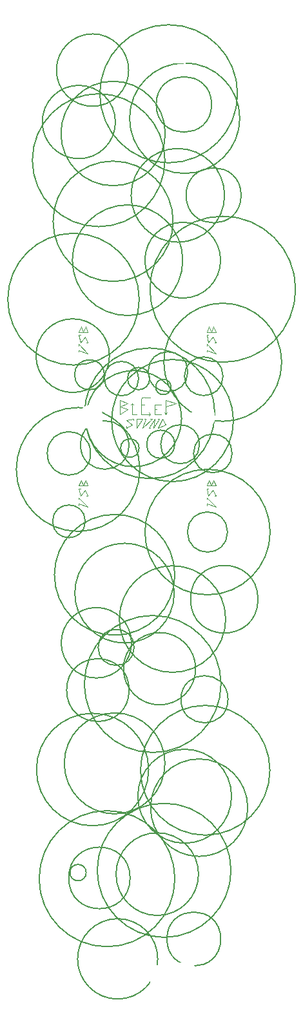
<source format=gto>
G04 #@! TF.GenerationSoftware,KiCad,Pcbnew,7.0.7-7.0.7~ubuntu22.04.1*
G04 #@! TF.CreationDate,2023-10-15T17:30:04+01:00*
G04 #@! TF.ProjectId,USB_distri,5553425f-6469-4737-9472-692e6b696361,rev?*
G04 #@! TF.SameCoordinates,Original*
G04 #@! TF.FileFunction,Legend,Top*
G04 #@! TF.FilePolarity,Positive*
%FSLAX46Y46*%
G04 Gerber Fmt 4.6, Leading zero omitted, Abs format (unit mm)*
G04 Created by KiCad (PCBNEW 7.0.7-7.0.7~ubuntu22.04.1) date 2023-10-15 17:30:04*
%MOMM*%
%LPD*%
G01*
G04 APERTURE LIST*
%ADD10C,0.120000*%
%ADD11C,0.150000*%
%ADD12C,3.200000*%
%ADD13O,6.700000X4.200000*%
G04 APERTURE END LIST*
D10*
X99000000Y-73650000D02*
X98000000Y-73850000D01*
X92700000Y-61600000D02*
X92400000Y-62300000D01*
X93000000Y-82400000D02*
X92700000Y-81700000D01*
X109400000Y-62900000D02*
X109800000Y-63700000D01*
D11*
X112098125Y-73900000D02*
G75*
G03*
X112098125Y-73900000I-7998125J0D01*
G01*
X102163079Y-144400000D02*
G75*
G03*
X102163079Y-144400000I-5263079J0D01*
G01*
D10*
X100600000Y-73650000D02*
X100200000Y-74850000D01*
D11*
X95827007Y-65400000D02*
G75*
G03*
X95827007Y-65400000I-4827007J0D01*
G01*
D10*
X92600000Y-83000000D02*
X93000000Y-83800000D01*
D11*
X96604165Y-34800000D02*
G75*
G03*
X96604165Y-34800000I-4804165J0D01*
G01*
D10*
X109500000Y-61600000D02*
X109200000Y-62300000D01*
D11*
X120263472Y-56700000D02*
G75*
G03*
X120263472Y-56700000I-9563472J0D01*
G01*
D10*
X108600000Y-82400000D02*
X109800000Y-82400000D01*
D11*
X105292376Y-73650000D02*
G75*
G03*
X105292376Y-73650000I-6292376J0D01*
G01*
X98531129Y-133800000D02*
G75*
G03*
X98531129Y-133800000I-4031129J0D01*
G01*
D10*
X91800000Y-62700000D02*
X92000000Y-63700000D01*
X91800000Y-64700000D02*
X93000000Y-65100000D01*
D11*
X104410668Y-133900000D02*
G75*
G03*
X104410668Y-133900000I-8910668J0D01*
G01*
X99728441Y-58000000D02*
G75*
G03*
X99728441Y-58000000I-8628441J0D01*
G01*
D10*
X101800000Y-73650000D02*
X101600000Y-74850000D01*
X91800000Y-82400000D02*
X93000000Y-82400000D01*
X102800000Y-73650000D02*
X102200000Y-74850000D01*
X91800000Y-62700000D02*
X92000000Y-62700000D01*
X109500000Y-81700000D02*
X109200000Y-82400000D01*
X108600000Y-64700000D02*
X109800000Y-65100000D01*
X109200000Y-62300000D02*
X108900000Y-61600000D01*
X93000000Y-85200000D02*
X91800000Y-84000000D01*
X93000000Y-63700000D02*
X92800000Y-63700000D01*
X109800000Y-63700000D02*
X109600000Y-63700000D01*
X92600000Y-62900000D02*
X93000000Y-63700000D01*
D11*
X104395490Y-77000000D02*
G75*
G03*
X104395490Y-77000000I-1844999J0D01*
G01*
X118439113Y-66263472D02*
G75*
G03*
X118439113Y-66263472I-7739113J0D01*
G01*
D10*
X98800000Y-71650000D02*
X99000000Y-71850000D01*
X109800000Y-62300000D02*
X109500000Y-61600000D01*
X93000000Y-62300000D02*
X92700000Y-61600000D01*
X101600000Y-74850000D02*
X102400000Y-73650000D01*
X104600000Y-71650000D02*
X103200000Y-72050000D01*
X93000000Y-83800000D02*
X92800000Y-83800000D01*
X101400000Y-73650000D02*
X101200000Y-73650000D01*
D11*
X106107681Y-67500000D02*
G75*
G03*
X106107681Y-67500000I-2607681J0D01*
G01*
D10*
X98800000Y-71650000D02*
X98600000Y-71850000D01*
X91800000Y-84000000D02*
X91800000Y-84200000D01*
D11*
X111387070Y-110400000D02*
G75*
G03*
X111387070Y-110400000I-3087070J0D01*
G01*
D10*
X98800000Y-73050000D02*
X99400000Y-73050000D01*
X98200000Y-71650000D02*
X97200000Y-71250000D01*
X92000000Y-63700000D02*
X92600000Y-62900000D01*
D11*
X111330589Y-88500000D02*
G75*
G03*
X111330589Y-88500000I-2630589J0D01*
G01*
D10*
X108600000Y-84000000D02*
X108600000Y-84200000D01*
X97200000Y-73050000D02*
X98200000Y-72450000D01*
D11*
X110729822Y-68100000D02*
G75*
G03*
X110729822Y-68100000I-2529822J0D01*
G01*
D10*
X103200000Y-71250000D02*
X103200000Y-73050000D01*
D11*
X103144706Y-36300000D02*
G75*
G03*
X103144706Y-36300000I-6844706J0D01*
G01*
D10*
X92400000Y-62300000D02*
X92100000Y-61600000D01*
X109800000Y-85200000D02*
X108600000Y-84000000D01*
D11*
X109650585Y-72950000D02*
G75*
G03*
X109650585Y-72950000I-8550585J0D01*
G01*
D10*
X100000000Y-71250000D02*
X100000000Y-73050000D01*
X109400000Y-62900000D02*
X109800000Y-63700000D01*
X91800000Y-82800000D02*
X92000000Y-83800000D01*
X92000000Y-63700000D02*
X92600000Y-62900000D01*
X92100000Y-61600000D02*
X91800000Y-62300000D01*
X92600000Y-62900000D02*
X93000000Y-63700000D01*
X91800000Y-62300000D02*
X93000000Y-62300000D01*
X100200000Y-74850000D02*
X101400000Y-73650000D01*
D11*
X98343416Y-28000000D02*
G75*
G03*
X98343416Y-28000000I-4743416J0D01*
G01*
D10*
X108600000Y-84800000D02*
X109800000Y-85200000D01*
D11*
X112934639Y-34300000D02*
G75*
G03*
X112934639Y-34300000I-7234639J0D01*
G01*
D10*
X91800000Y-63900000D02*
X91800000Y-64100000D01*
D11*
X110935145Y-44400000D02*
G75*
G03*
X110935145Y-44400000I-6135145J0D01*
G01*
D10*
X100400000Y-70850000D02*
X101200000Y-70850000D01*
X91800000Y-63900000D02*
X91800000Y-64100000D01*
X100600000Y-73650000D02*
X100400000Y-73650000D01*
X102400000Y-73650000D02*
X102200000Y-73650000D01*
X109800000Y-83800000D02*
X109600000Y-83800000D01*
D11*
X109240055Y-32500000D02*
G75*
G03*
X109240055Y-32500000I-3640055J0D01*
G01*
D10*
X92100000Y-81700000D02*
X91800000Y-82400000D01*
X91800000Y-62700000D02*
X92000000Y-63700000D01*
D11*
X93344293Y-78200000D02*
G75*
G03*
X93344293Y-78200000I-2844293J0D01*
G01*
D10*
X108600000Y-84800000D02*
X108600000Y-85000000D01*
D11*
X92637756Y-87100000D02*
G75*
G03*
X92637756Y-87100000I-2137756J0D01*
G01*
D10*
X103000000Y-72850000D02*
X103200000Y-73050000D01*
D11*
X115329447Y-97300000D02*
G75*
G03*
X115329447Y-97300000I-4429447J0D01*
G01*
D10*
X100000000Y-73050000D02*
X101200000Y-73050000D01*
D11*
X100966139Y-119600000D02*
G75*
G03*
X100966139Y-119600000I-7366139J0D01*
G01*
D10*
X109800000Y-65100000D02*
X108600000Y-63900000D01*
X109200000Y-62300000D02*
X108900000Y-61600000D01*
X101800000Y-71850000D02*
X102600000Y-71850000D01*
X98800000Y-71650000D02*
X98800000Y-73050000D01*
D11*
X110435534Y-141800000D02*
G75*
G03*
X110435534Y-141800000I-3535534J0D01*
G01*
D10*
X108900000Y-61600000D02*
X108600000Y-62300000D01*
X91800000Y-62300000D02*
X93000000Y-62300000D01*
X102800000Y-73650000D02*
X103200000Y-74450000D01*
X100000000Y-71850000D02*
X100400000Y-71850000D01*
D11*
X99647221Y-68400000D02*
G75*
G03*
X99647221Y-68400000I-2247221J0D01*
G01*
D10*
X102200000Y-74850000D02*
X103200000Y-74450000D01*
D11*
X116922530Y-88500000D02*
G75*
G03*
X116922530Y-88500000I-8222530J0D01*
G01*
D10*
X108600000Y-82800000D02*
X108800000Y-83800000D01*
X91800000Y-82800000D02*
X92000000Y-82800000D01*
X98800000Y-74450000D02*
X98000000Y-74850000D01*
X101000000Y-74850000D02*
X101200000Y-74850000D01*
X108800000Y-83800000D02*
X109400000Y-83000000D01*
D11*
X116895881Y-119700000D02*
G75*
G03*
X116895881Y-119700000I-8495881J0D01*
G01*
X99704159Y-77500000D02*
G75*
G03*
X99704159Y-77500000I-1204159J0D01*
G01*
X98403657Y-109200000D02*
G75*
G03*
X98403657Y-109200000I-4103657J0D01*
G01*
D10*
X91800000Y-64700000D02*
X93000000Y-65100000D01*
D11*
X110473851Y-108400000D02*
G75*
G03*
X110473851Y-108400000I-8973851J0D01*
G01*
D10*
X109800000Y-63700000D02*
X109600000Y-63700000D01*
X101800000Y-73050000D02*
X102600000Y-73050000D01*
D11*
X99060085Y-103600000D02*
G75*
G03*
X99060085Y-103600000I-2360085J0D01*
G01*
D10*
X108600000Y-62700000D02*
X108800000Y-63700000D01*
D11*
X104330697Y-96500000D02*
G75*
G03*
X104330697Y-96500000I-6530697J0D01*
G01*
X101102483Y-68400000D02*
G75*
G03*
X101102483Y-68400000I-1455263J0D01*
G01*
X98376476Y-77100000D02*
G75*
G03*
X98376476Y-77100000I-3176476J0D01*
G01*
D10*
X91800000Y-84800000D02*
X93000000Y-85200000D01*
X108900000Y-81700000D02*
X108600000Y-82400000D01*
D11*
X104181624Y-47800000D02*
G75*
G03*
X104181624Y-47800000I-7881624J0D01*
G01*
D10*
X92100000Y-61600000D02*
X91800000Y-62300000D01*
X93000000Y-63700000D02*
X92800000Y-63700000D01*
X92400000Y-62300000D02*
X92100000Y-61600000D01*
X109800000Y-62300000D02*
X109500000Y-61600000D01*
D11*
X113978871Y-124600000D02*
G75*
G03*
X113978871Y-124600000I-6378871J0D01*
G01*
D10*
X92400000Y-82400000D02*
X92100000Y-81700000D01*
D11*
X95164688Y-67900000D02*
G75*
G03*
X95164688Y-67900000I-1964688J0D01*
G01*
D10*
X93000000Y-62300000D02*
X92700000Y-61600000D01*
D11*
X105444998Y-52900000D02*
G75*
G03*
X105444998Y-52900000I-7244998J0D01*
G01*
X103109841Y-118800000D02*
G75*
G03*
X103109841Y-118800000I-6609841J0D01*
G01*
D10*
X91800000Y-62700000D02*
X92000000Y-62700000D01*
D11*
X92763015Y-133100000D02*
G75*
G03*
X92763015Y-133100000I-1063015J0D01*
G01*
D10*
X98000000Y-74850000D02*
X98000000Y-74650000D01*
X100400000Y-70850000D02*
G75*
G03*
X100000000Y-71250000I0J-400000D01*
G01*
X109200000Y-82400000D02*
X108900000Y-81700000D01*
X92000000Y-83800000D02*
X92600000Y-83000000D01*
D11*
X110413804Y-52900000D02*
G75*
G03*
X110413804Y-52900000I-4968806J0D01*
G01*
X113112478Y-44400000D02*
G75*
G03*
X113112478Y-44400000I-3612478J0D01*
G01*
D10*
X108600000Y-62300000D02*
X109800000Y-62300000D01*
X108800000Y-63700000D02*
X109400000Y-62900000D01*
X108600000Y-64700000D02*
X108600000Y-64900000D01*
D11*
X104405694Y-94100000D02*
G75*
G03*
X104405694Y-94100000I-7905694J0D01*
G01*
D10*
X108600000Y-62300000D02*
X109800000Y-62300000D01*
D11*
X111780091Y-132800000D02*
G75*
G03*
X111780091Y-132800000I-8780091J0D01*
G01*
D10*
X108800000Y-63700000D02*
X109400000Y-62900000D01*
X98000000Y-73850000D02*
X98800000Y-74450000D01*
D11*
X107138143Y-106400000D02*
G75*
G03*
X107138143Y-106400000I-4738143J0D01*
G01*
X103101422Y-39800000D02*
G75*
G03*
X103101422Y-39800000I-8701422J0D01*
G01*
X111081404Y-99900000D02*
G75*
G03*
X111081404Y-99900000I-6981404J0D01*
G01*
D10*
X100200000Y-73650000D02*
X99400000Y-73650000D01*
D11*
X107514619Y-133300000D02*
G75*
G03*
X107514619Y-133300000I-5414619J0D01*
G01*
D10*
X109500000Y-61600000D02*
X109200000Y-62300000D01*
X91800000Y-64700000D02*
X91800000Y-64900000D01*
X98200000Y-72450000D02*
X97200000Y-72050000D01*
X101800000Y-73650000D02*
X101000000Y-74850000D01*
X93000000Y-65100000D02*
X91800000Y-63900000D01*
X108600000Y-62700000D02*
X108800000Y-63700000D01*
X103200000Y-73050000D02*
X103200000Y-72850000D01*
X99400000Y-74850000D02*
X100200000Y-73650000D01*
X108900000Y-61600000D02*
X108600000Y-62300000D01*
X108600000Y-62700000D02*
X108800000Y-62700000D01*
X101200000Y-73050000D02*
X101000000Y-72850000D01*
X97200000Y-71250000D02*
X97200000Y-73050000D01*
X91800000Y-84800000D02*
X91800000Y-85000000D01*
X92700000Y-61600000D02*
X92400000Y-62300000D01*
D11*
X111855485Y-123100000D02*
G75*
G03*
X111855485Y-123100000I-6155485J0D01*
G01*
D10*
X101800000Y-71850000D02*
X101800000Y-73050000D01*
X103200000Y-73050000D02*
X103400000Y-72850000D01*
X101200000Y-73050000D02*
X101000000Y-73250000D01*
D11*
X98714109Y-103000000D02*
G75*
G03*
X98714109Y-103000000I-4614109J0D01*
G01*
D10*
X108600000Y-82800000D02*
X108800000Y-82800000D01*
D11*
X112642677Y-31100000D02*
G75*
G03*
X112642677Y-31100000I-9042677J0D01*
G01*
X103904988Y-69500000D02*
G75*
G03*
X103904988Y-69500000I-1004988J0D01*
G01*
D10*
X97200000Y-72050000D02*
X98200000Y-71650000D01*
X108600000Y-64700000D02*
X109800000Y-65100000D01*
D11*
X99809871Y-80300000D02*
G75*
G03*
X99809871Y-80300000I-8109871J0D01*
G01*
D10*
X99400000Y-73650000D02*
X99400000Y-74850000D01*
X109800000Y-82400000D02*
X109500000Y-81700000D01*
X108600000Y-64700000D02*
X108600000Y-64900000D01*
X92700000Y-81700000D02*
X92400000Y-82400000D01*
X108600000Y-62700000D02*
X108800000Y-62700000D01*
D11*
X111931798Y-78200000D02*
G75*
G03*
X111931798Y-78200000I-2531798J0D01*
G01*
D10*
X109800000Y-65100000D02*
X108600000Y-63900000D01*
X103200000Y-71250000D02*
X104600000Y-71650000D01*
X99000000Y-73650000D02*
X99000000Y-73850000D01*
X93000000Y-65100000D02*
X91800000Y-63900000D01*
X91800000Y-64700000D02*
X91800000Y-64900000D01*
X108600000Y-63900000D02*
X108600000Y-64100000D01*
X101800000Y-72450000D02*
X102000000Y-72450000D01*
X108600000Y-63900000D02*
X108600000Y-64100000D01*
X109400000Y-83000000D02*
X109800000Y-83800000D01*
D11*
X107649510Y-77000000D02*
G75*
G03*
X107649510Y-77000000I-2549510J0D01*
G01*
%LPC*%
D12*
X93350000Y-73400000D03*
D13*
X104500000Y-147000000D03*
D12*
X108100000Y-73400000D03*
D13*
X104500000Y-25000000D03*
%LPD*%
M02*

</source>
